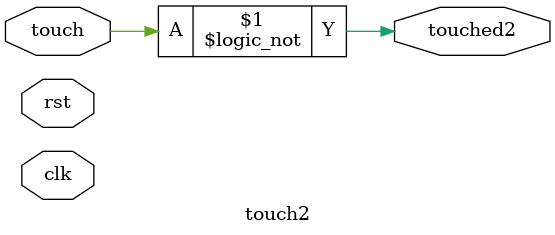
<source format=v>
module touch2(
    input clk,
    input rst,
    input touch, // active low
    output touched2
);

assign touched2 = !touch; // touch is active low

endmodule

</source>
